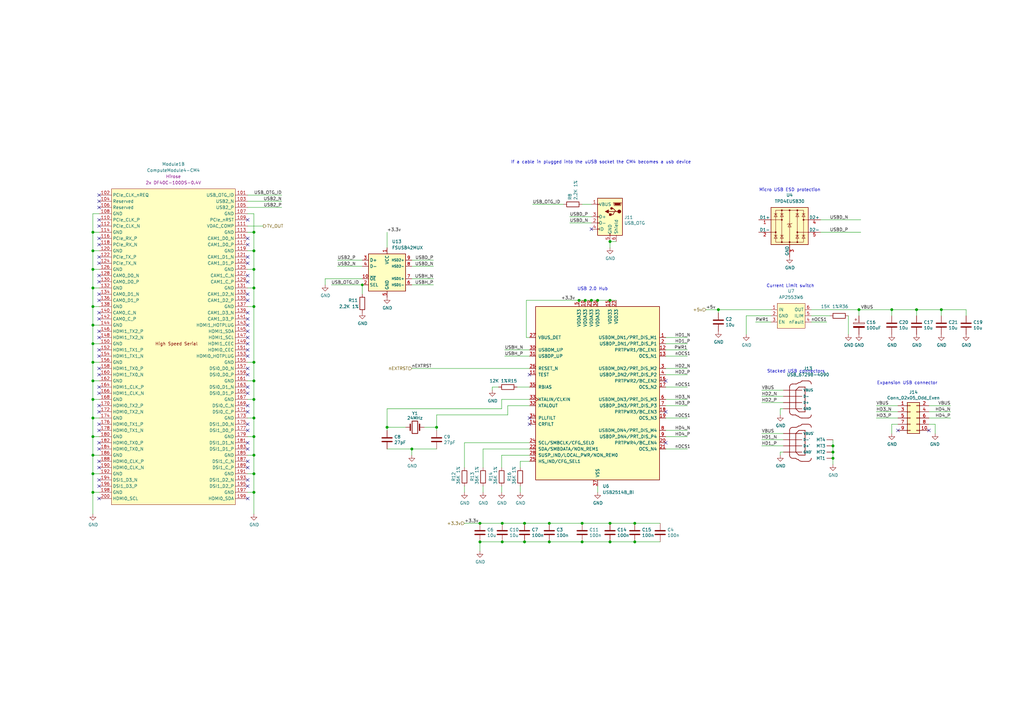
<source format=kicad_sch>
(kicad_sch (version 20211123) (generator eeschema)
  (paper "A3")
  (junction (at 225.298 214.63) (diameter 1.016))
  (junction (at 104.14 163.83) (diameter 1.016))
  (junction (at 225.298 222.25) (diameter 1.016))
  (junction (at 260.35 214.63) (diameter 1.016))
  (junction (at 104.14 102.87) (diameter 1.016))
  (junction (at 215.138 214.63) (diameter 1.016))
  (junction (at 38.1 125.73) (diameter 1.016))
  (junction (at 250.19 99.06) (diameter 1.016))
  (junction (at 104.14 194.31) (diameter 1.016))
  (junction (at 196.85 222.25) (diameter 1.016))
  (junction (at 38.1 110.49) (diameter 1.016))
  (junction (at 294.64 127) (diameter 1.016))
  (junction (at 38.1 163.83) (diameter 1.016))
  (junction (at 104.14 95.25) (diameter 1.016))
  (junction (at 38.1 102.87) (diameter 1.016))
  (junction (at 104.14 110.49) (diameter 1.016))
  (junction (at 104.14 186.69) (diameter 1.016))
  (junction (at 341.63 187.96) (diameter 1.016))
  (junction (at 38.1 194.31) (diameter 1.016))
  (junction (at 238.76 214.63) (diameter 1.016))
  (junction (at 205.994 214.63) (diameter 1.016))
  (junction (at 104.14 118.11) (diameter 1.016))
  (junction (at 38.1 140.97) (diameter 1.016))
  (junction (at 250.19 222.25) (diameter 1.016))
  (junction (at 375.92 127) (diameter 1.016))
  (junction (at 104.14 201.93) (diameter 1.016))
  (junction (at 158.75 175.26) (diameter 1.016))
  (junction (at 242.57 123.19) (diameter 1.016))
  (junction (at 250.19 123.19) (diameter 1.016))
  (junction (at 38.1 171.45) (diameter 1.016))
  (junction (at 341.63 182.88) (diameter 1.016))
  (junction (at 148.59 116.84))
  (junction (at 104.14 156.21) (diameter 1.016))
  (junction (at 38.1 201.93) (diameter 1.016))
  (junction (at 341.63 185.42) (diameter 1.016))
  (junction (at 245.11 123.19) (diameter 1.016))
  (junction (at 250.19 214.63) (diameter 1.016))
  (junction (at 104.14 171.45) (diameter 1.016))
  (junction (at 352.298 127) (diameter 1.016))
  (junction (at 38.1 118.11) (diameter 1.016))
  (junction (at 38.1 179.07) (diameter 1.016))
  (junction (at 196.85 214.63) (diameter 1.016))
  (junction (at 215.138 222.25) (diameter 1.016))
  (junction (at 38.1 186.69) (diameter 1.016))
  (junction (at 104.14 148.59) (diameter 1.016))
  (junction (at 38.1 95.25) (diameter 1.016))
  (junction (at 179.07 175.26) (diameter 1.016))
  (junction (at 205.994 222.25) (diameter 1.016))
  (junction (at 104.14 125.73) (diameter 1.016))
  (junction (at 386.08 127) (diameter 1.016))
  (junction (at 38.1 133.35) (diameter 1.016))
  (junction (at 237.49 123.19) (diameter 1.016))
  (junction (at 38.1 156.21) (diameter 1.016))
  (junction (at 38.1 148.59) (diameter 1.016))
  (junction (at 365.76 127) (diameter 1.016))
  (junction (at 104.14 179.07) (diameter 1.016))
  (junction (at 238.76 222.25) (diameter 1.016))
  (junction (at 240.03 123.19) (diameter 1.016))
  (junction (at 260.35 222.25) (diameter 1.016))
  (junction (at 168.91 184.15) (diameter 1.016))
  (no_connect (at 101.6 115.57))
  (no_connect (at 101.6 107.95))
  (no_connect (at 101.6 100.33))
  (no_connect (at 101.6 97.79))
  (no_connect (at 101.6 123.19))
  (no_connect (at 101.6 120.65))
  (no_connect (at 101.6 128.27))
  (no_connect (at 101.6 133.35))
  (no_connect (at 101.6 130.81))
  (no_connect (at 101.6 113.03))
  (no_connect (at 101.6 105.41))
  (no_connect (at 101.6 135.89))
  (no_connect (at 101.6 146.05))
  (no_connect (at 101.6 143.51))
  (no_connect (at 101.6 138.43))
  (no_connect (at 101.6 140.97))
  (no_connect (at 101.6 161.29))
  (no_connect (at 101.6 158.75))
  (no_connect (at 101.6 153.67))
  (no_connect (at 101.6 151.13))
  (no_connect (at 101.6 166.37))
  (no_connect (at 101.6 168.91))
  (no_connect (at 101.6 173.99))
  (no_connect (at 217.17 171.45))
  (no_connect (at 217.17 153.67))
  (no_connect (at 242.57 93.98))
  (no_connect (at 40.64 80.01))
  (no_connect (at 101.6 90.17))
  (no_connect (at 40.64 85.09))
  (no_connect (at 40.64 204.47))
  (no_connect (at 40.64 176.53))
  (no_connect (at 40.64 184.15))
  (no_connect (at 40.64 189.23))
  (no_connect (at 40.64 191.77))
  (no_connect (at 40.64 181.61))
  (no_connect (at 40.64 173.99))
  (no_connect (at 40.64 166.37))
  (no_connect (at 40.64 168.91))
  (no_connect (at 40.64 158.75))
  (no_connect (at 40.64 161.29))
  (no_connect (at 40.64 199.39))
  (no_connect (at 40.64 196.85))
  (no_connect (at 40.64 123.19))
  (no_connect (at 40.64 128.27))
  (no_connect (at 40.64 120.65))
  (no_connect (at 40.64 143.51))
  (no_connect (at 40.64 146.05))
  (no_connect (at 40.64 135.89))
  (no_connect (at 40.64 130.81))
  (no_connect (at 40.64 138.43))
  (no_connect (at 40.64 151.13))
  (no_connect (at 40.64 153.67))
  (no_connect (at 101.6 204.47))
  (no_connect (at 101.6 181.61))
  (no_connect (at 101.6 176.53))
  (no_connect (at 101.6 184.15))
  (no_connect (at 101.6 189.23))
  (no_connect (at 101.6 191.77))
  (no_connect (at 101.6 196.85))
  (no_connect (at 101.6 199.39))
  (no_connect (at 40.64 105.41))
  (no_connect (at 40.64 107.95))
  (no_connect (at 40.64 113.03))
  (no_connect (at 40.64 90.17))
  (no_connect (at 40.64 92.71))
  (no_connect (at 40.64 115.57))
  (no_connect (at 40.64 97.79))
  (no_connect (at 40.64 100.33))
  (no_connect (at 368.3 176.53))
  (no_connect (at 381 176.53))
  (no_connect (at 217.17 173.99))
  (no_connect (at 40.64 82.55))
  (no_connect (at 273.05 168.91))
  (no_connect (at 273.05 156.21))
  (no_connect (at 273.05 181.61))
  (wire (pts (xy 101.6 95.25) (xy 104.14 95.25)))
  (wire (pts (xy 273.05 146.05) (xy 281.94 146.05)))
  (wire (pts (xy 208.28 166.37) (xy 208.28 170.18)))
  (wire (pts (xy 389.89 171.45) (xy 381 171.45)))
  (wire (pts (xy 38.1 133.35) (xy 38.1 140.97)))
  (wire (pts (xy 273.05 138.43) (xy 281.94 138.43)))
  (wire (pts (xy 38.1 95.25) (xy 40.64 95.25)))
  (wire (pts (xy 104.14 95.25) (xy 104.14 87.63)))
  (wire (pts (xy 196.85 214.63) (xy 205.994 214.63)))
  (wire (pts (xy 312.42 162.56) (xy 321.31 162.56)))
  (wire (pts (xy 101.6 80.01) (xy 115.57 80.01)))
  (wire (pts (xy 273.05 166.37) (xy 281.94 166.37)))
  (wire (pts (xy 158.75 176.53) (xy 158.75 175.26)))
  (wire (pts (xy 312.42 165.1) (xy 321.31 165.1)))
  (wire (pts (xy 294.64 127) (xy 316.23 127)))
  (wire (pts (xy 215.138 214.63) (xy 225.298 214.63)))
  (wire (pts (xy 389.89 166.37) (xy 381 166.37)))
  (wire (pts (xy 359.41 166.37) (xy 368.3 166.37)))
  (wire (pts (xy 207.01 143.51) (xy 217.17 143.51)))
  (wire (pts (xy 101.6 201.93) (xy 104.14 201.93)))
  (wire (pts (xy 273.05 140.97) (xy 281.94 140.97)))
  (wire (pts (xy 104.14 118.11) (xy 104.14 110.49)))
  (wire (pts (xy 179.07 170.18) (xy 179.07 175.26)))
  (wire (pts (xy 205.74 191.77) (xy 205.74 186.69)))
  (wire (pts (xy 273.05 163.83) (xy 281.94 163.83)))
  (wire (pts (xy 260.35 214.63) (xy 270.764 214.63)))
  (wire (pts (xy 38.1 194.31) (xy 38.1 201.93)))
  (wire (pts (xy 38.1 179.07) (xy 38.1 186.69)))
  (wire (pts (xy 190.5 199.39) (xy 190.5 201.93)))
  (wire (pts (xy 207.01 146.05) (xy 217.17 146.05)))
  (wire (pts (xy 316.23 129.54) (xy 306.07 129.54)))
  (wire (pts (xy 38.1 156.21) (xy 40.64 156.21)))
  (wire (pts (xy 205.74 167.64) (xy 158.75 167.64)))
  (wire (pts (xy 215.9 138.43) (xy 215.9 123.19)))
  (wire (pts (xy 148.59 114.3) (xy 133.35 114.3)))
  (wire (pts (xy 306.07 129.54) (xy 306.07 137.16)))
  (wire (pts (xy 240.03 123.19) (xy 242.57 123.19)))
  (wire (pts (xy 104.14 125.73) (xy 104.14 148.59)))
  (wire (pts (xy 273.05 184.15) (xy 281.94 184.15)))
  (wire (pts (xy 38.1 201.93) (xy 38.1 210.82)))
  (wire (pts (xy 205.74 163.83) (xy 205.74 167.64)))
  (wire (pts (xy 158.75 167.64) (xy 158.75 175.26)))
  (wire (pts (xy 38.1 163.83) (xy 40.64 163.83)))
  (wire (pts (xy 204.47 158.75) (xy 201.93 158.75)))
  (wire (pts (xy 38.1 110.49) (xy 40.64 110.49)))
  (wire (pts (xy 38.1 140.97) (xy 40.64 140.97)))
  (wire (pts (xy 250.19 222.25) (xy 260.35 222.25)))
  (wire (pts (xy 38.1 163.83) (xy 38.1 171.45)))
  (wire (pts (xy 40.64 201.93) (xy 38.1 201.93)))
  (wire (pts (xy 101.6 156.21) (xy 104.14 156.21)))
  (wire (pts (xy 104.14 163.83) (xy 104.14 171.45)))
  (wire (pts (xy 233.68 88.9) (xy 242.57 88.9)))
  (wire (pts (xy 104.14 110.49) (xy 104.14 102.87)))
  (wire (pts (xy 213.36 199.39) (xy 213.36 201.93)))
  (wire (pts (xy 375.92 127) (xy 386.08 127)))
  (wire (pts (xy 386.08 127) (xy 386.08 129.54)))
  (wire (pts (xy 38.1 186.69) (xy 38.1 194.31)))
  (wire (pts (xy 104.14 102.87) (xy 104.14 95.25)))
  (wire (pts (xy 341.63 187.96) (xy 341.63 190.5)))
  (wire (pts (xy 168.91 114.3) (xy 177.8 114.3)))
  (wire (pts (xy 250.19 99.06) (xy 252.73 99.06)))
  (wire (pts (xy 198.12 184.15) (xy 217.17 184.15)))
  (wire (pts (xy 341.63 180.34) (xy 341.63 182.88)))
  (wire (pts (xy 198.12 199.39) (xy 198.12 201.93)))
  (wire (pts (xy 218.44 83.82) (xy 231.14 83.82)))
  (wire (pts (xy 179.07 175.26) (xy 179.07 176.53)))
  (wire (pts (xy 273.05 151.13) (xy 281.94 151.13)))
  (wire (pts (xy 38.1 148.59) (xy 38.1 156.21)))
  (wire (pts (xy 212.09 158.75) (xy 217.17 158.75)))
  (wire (pts (xy 101.6 92.71) (xy 107.95 92.71)))
  (wire (pts (xy 168.91 109.22) (xy 177.8 109.22)))
  (wire (pts (xy 312.42 180.34) (xy 321.31 180.34)))
  (wire (pts (xy 332.74 127) (xy 352.298 127)))
  (wire (pts (xy 352.298 127) (xy 365.76 127)))
  (wire (pts (xy 101.6 186.69) (xy 104.14 186.69)))
  (wire (pts (xy 250.19 101.6) (xy 250.19 99.06)))
  (wire (pts (xy 289.56 127) (xy 294.64 127)))
  (wire (pts (xy 273.05 171.45) (xy 281.94 171.45)))
  (wire (pts (xy 245.11 123.19) (xy 250.19 123.19)))
  (wire (pts (xy 336.55 90.17) (xy 353.06 90.17)))
  (wire (pts (xy 365.76 127) (xy 375.92 127)))
  (wire (pts (xy 205.994 222.25) (xy 215.138 222.25)))
  (wire (pts (xy 38.1 102.87) (xy 38.1 110.49)))
  (wire (pts (xy 190.5 181.61) (xy 217.17 181.61)))
  (wire (pts (xy 101.6 171.45) (xy 104.14 171.45)))
  (wire (pts (xy 273.05 153.67) (xy 281.94 153.67)))
  (wire (pts (xy 133.35 114.3) (xy 133.35 116.84)))
  (wire (pts (xy 38.1 179.07) (xy 40.64 179.07)))
  (wire (pts (xy 217.17 166.37) (xy 208.28 166.37)))
  (wire (pts (xy 383.54 173.99) (xy 383.54 177.8)))
  (wire (pts (xy 336.55 95.25) (xy 353.06 95.25)))
  (wire (pts (xy 312.42 177.8) (xy 321.31 177.8)))
  (wire (pts (xy 208.28 170.18) (xy 179.07 170.18)))
  (wire (pts (xy 168.91 106.68) (xy 177.8 106.68)))
  (wire (pts (xy 215.9 123.19) (xy 237.49 123.19)))
  (wire (pts (xy 205.74 199.39) (xy 205.74 201.93)))
  (wire (pts (xy 38.1 171.45) (xy 40.64 171.45)))
  (wire (pts (xy 359.41 171.45) (xy 368.3 171.45)))
  (wire (pts (xy 101.6 110.49) (xy 104.14 110.49)))
  (wire (pts (xy 233.68 91.44) (xy 242.57 91.44)))
  (wire (pts (xy 135.89 116.84) (xy 148.59 116.84)))
  (wire (pts (xy 101.6 148.59) (xy 104.14 148.59)))
  (wire (pts (xy 341.63 182.88) (xy 341.63 185.42)))
  (wire (pts (xy 38.1 148.59) (xy 40.64 148.59)))
  (wire (pts (xy 168.91 184.15) (xy 179.07 184.15)))
  (wire (pts (xy 273.05 158.75) (xy 281.94 158.75)))
  (wire (pts (xy 213.36 191.77) (xy 213.36 189.23)))
  (wire (pts (xy 341.63 185.42) (xy 341.63 187.96)))
  (wire (pts (xy 38.1 118.11) (xy 38.1 125.73)))
  (wire (pts (xy 101.6 163.83) (xy 104.14 163.83)))
  (wire (pts (xy 375.92 127) (xy 375.92 129.54)))
  (wire (pts (xy 242.57 123.19) (xy 245.11 123.19)))
  (wire (pts (xy 104.14 87.63) (xy 101.6 87.63)))
  (wire (pts (xy 347.98 129.54) (xy 347.98 137.16)))
  (wire (pts (xy 260.35 222.25) (xy 270.764 222.25)))
  (wire (pts (xy 225.298 222.25) (xy 238.76 222.25)))
  (wire (pts (xy 104.14 201.93) (xy 104.14 210.82)))
  (wire (pts (xy 205.74 163.83) (xy 217.17 163.83)))
  (wire (pts (xy 104.14 156.21) (xy 104.14 163.83)))
  (wire (pts (xy 245.11 199.39) (xy 245.11 201.93)))
  (wire (pts (xy 38.1 171.45) (xy 38.1 179.07)))
  (wire (pts (xy 352.298 127) (xy 352.298 129.54)))
  (wire (pts (xy 321.31 167.64) (xy 320.04 167.64)))
  (wire (pts (xy 38.1 110.49) (xy 38.1 118.11)))
  (wire (pts (xy 104.14 186.69) (xy 104.14 194.31)))
  (wire (pts (xy 215.138 222.25) (xy 225.298 222.25)))
  (wire (pts (xy 38.1 95.25) (xy 38.1 102.87)))
  (wire (pts (xy 312.42 160.02) (xy 321.31 160.02)))
  (wire (pts (xy 101.6 82.55) (xy 115.57 82.55)))
  (wire (pts (xy 158.75 175.26) (xy 166.37 175.26)))
  (wire (pts (xy 359.41 168.91) (xy 368.3 168.91)))
  (wire (pts (xy 104.14 179.07) (xy 104.14 186.69)))
  (wire (pts (xy 101.6 179.07) (xy 104.14 179.07)))
  (wire (pts (xy 148.59 116.84) (xy 148.59 120.65)))
  (wire (pts (xy 40.64 87.63) (xy 38.1 87.63)))
  (wire (pts (xy 225.298 214.63) (xy 238.76 214.63)))
  (wire (pts (xy 273.05 143.51) (xy 281.94 143.51)))
  (wire (pts (xy 38.1 140.97) (xy 38.1 148.59)))
  (wire (pts (xy 101.6 118.11) (xy 104.14 118.11)))
  (wire (pts (xy 138.43 106.68) (xy 148.59 106.68)))
  (wire (pts (xy 237.49 123.19) (xy 240.03 123.19)))
  (wire (pts (xy 38.1 125.73) (xy 38.1 133.35)))
  (wire (pts (xy 101.6 194.31) (xy 104.14 194.31)))
  (wire (pts (xy 332.74 132.08) (xy 339.09 132.08)))
  (wire (pts (xy 396.24 129.54) (xy 396.24 127)))
  (wire (pts (xy 332.74 129.54) (xy 340.36 129.54)))
  (wire (pts (xy 309.88 132.08) (xy 316.23 132.08)))
  (wire (pts (xy 38.1 156.21) (xy 38.1 163.83)))
  (wire (pts (xy 217.17 138.43) (xy 215.9 138.43)))
  (wire (pts (xy 40.64 194.31) (xy 38.1 194.31)))
  (wire (pts (xy 101.6 85.09) (xy 115.57 85.09)))
  (wire (pts (xy 213.36 189.23) (xy 217.17 189.23)))
  (wire (pts (xy 196.85 226.06) (xy 196.85 222.25)))
  (wire (pts (xy 158.75 184.15) (xy 168.91 184.15)))
  (wire (pts (xy 250.19 123.19) (xy 252.73 123.19)))
  (wire (pts (xy 38.1 125.73) (xy 40.64 125.73)))
  (wire (pts (xy 381 173.99) (xy 383.54 173.99)))
  (wire (pts (xy 101.6 125.73) (xy 104.14 125.73)))
  (wire (pts (xy 312.42 182.88) (xy 321.31 182.88)))
  (wire (pts (xy 365.76 173.99) (xy 368.3 173.99)))
  (wire (pts (xy 196.85 222.25) (xy 205.994 222.25)))
  (wire (pts (xy 190.5 214.63) (xy 196.85 214.63)))
  (wire (pts (xy 321.31 185.42) (xy 320.04 185.42)))
  (wire (pts (xy 238.76 222.25) (xy 250.19 222.25)))
  (wire (pts (xy 273.05 179.07) (xy 281.94 179.07)))
  (wire (pts (xy 365.76 173.99) (xy 365.76 177.8)))
  (wire (pts (xy 104.14 171.45) (xy 104.14 179.07)))
  (wire (pts (xy 238.76 214.63) (xy 250.19 214.63)))
  (wire (pts (xy 168.91 151.13) (xy 217.17 151.13)))
  (wire (pts (xy 250.19 214.63) (xy 260.35 214.63)))
  (wire (pts (xy 104.14 194.31) (xy 104.14 201.93)))
  (wire (pts (xy 320.04 185.42) (xy 320.04 186.69)))
  (wire (pts (xy 273.05 176.53) (xy 281.94 176.53)))
  (wire (pts (xy 104.14 148.59) (xy 104.14 156.21)))
  (wire (pts (xy 138.43 109.22) (xy 148.59 109.22)))
  (wire (pts (xy 38.1 118.11) (xy 40.64 118.11)))
  (wire (pts (xy 38.1 186.69) (xy 40.64 186.69)))
  (wire (pts (xy 104.14 125.73) (xy 104.14 118.11)))
  (wire (pts (xy 386.08 127) (xy 396.24 127)))
  (wire (pts (xy 168.91 116.84) (xy 177.8 116.84)))
  (wire (pts (xy 198.12 191.77) (xy 198.12 184.15)))
  (wire (pts (xy 173.99 175.26) (xy 179.07 175.26)))
  (wire (pts (xy 38.1 87.63) (xy 38.1 95.25)))
  (wire (pts (xy 190.5 191.77) (xy 190.5 181.61)))
  (wire (pts (xy 158.75 95.25) (xy 158.75 101.6)))
  (wire (pts (xy 38.1 133.35) (xy 40.64 133.35)))
  (wire (pts (xy 205.994 214.63) (xy 215.138 214.63)))
  (wire (pts (xy 38.1 102.87) (xy 40.64 102.87)))
  (wire (pts (xy 320.04 167.64) (xy 320.04 170.18)))
  (wire (pts (xy 294.64 128.27) (xy 294.64 127)))
  (wire (pts (xy 101.6 102.87) (xy 104.14 102.87)))
  (wire (pts (xy 201.93 158.75) (xy 201.93 160.02)))
  (wire (pts (xy 205.74 186.69) (xy 217.17 186.69)))
  (wire (pts (xy 389.89 168.91) (xy 381 168.91)))
  (wire (pts (xy 168.91 184.15) (xy 168.91 186.69)))
  (wire (pts (xy 365.76 129.54) (xy 365.76 127)))
  (wire (pts (xy 238.76 83.82) (xy 242.57 83.82)))
  (text "Expansion USB connector" (at 384.5306 157.9118 180) (effects (font (size 1.27 1.27)) (justify right bottom)))
  (text "Current Limit switch" (at 334.01 118.11 180) (effects (font (size 1.27 1.27)) (justify right bottom)))
  (text "USB 2.0 Hub" (at 249.3518 119.3292 180) (effects (font (size 1.27 1.27)) (justify right bottom)))
  (text "If a cable in plugged into the uUSB socket the CM4 becomes a usb device" (at 209.55 67.31 0) (effects (font (size 1.27 1.27)) (justify left bottom)))
  (text "Micro USB ESD protection" (at 336.55 78.74 180) (effects (font (size 1.27 1.27)) (justify right bottom)))
  (text "Stacked USB connectors" (at 338.3788 153.1112 180) (effects (font (size 1.27 1.27)) (justify right bottom)))
  (label "nOCS1" (at 276.86 146.05 0))
  (label "USB2_N" (at 115.57 82.55 180))
  (label "HD2_P" (at 312.42 165.1 0))
  (label "HD3_N" (at 359.41 168.91 0))
  (label "HD1_P" (at 312.42 182.88 0))
  (label "HD1_N" (at 276.86 138.43 0))
  (label "HD4_P" (at 276.86 179.07 0))
  (label "USB2_P" (at 138.43 106.68 0))
  (label "VBUS" (at 359.41 166.37 0))
  (label "USB_OTG_ID" (at 218.44 83.82 0))
  (label "nOCS1" (at 332.74 132.08 0))
  (label "+3.3v" (at 158.75 95.25 0))
  (label "VBUS" (at 312.42 160.02 0))
  (label "HD2_N" (at 312.42 162.56 0))
  (label "PWR1" (at 281.94 143.51 180))
  (label "USBD_N" (at 340.36 90.17 0))
  (label "USB2_P" (at 115.57 85.09 180))
  (label "nOCS1" (at 276.86 158.75 0))
  (label "VBUS" (at 353.06 127 0))
  (label "USBD_N" (at 233.68 91.44 0))
  (label "HD2_P" (at 276.86 153.67 0))
  (label "VBUS" (at 312.42 177.8 0))
  (label "+3.3v" (at 190.5 214.63 0))
  (label "+5v" (at 289.56 127 0))
  (label "USB_OTG_ID" (at 135.89 116.84 0))
  (label "HD4_N" (at 276.86 176.53 0))
  (label "USBD_P" (at 177.8 106.68 180))
  (label "HD4_P" (at 389.89 171.45 180))
  (label "USBH_P" (at 207.01 146.05 0))
  (label "HD3_P" (at 276.86 166.37 0))
  (label "nEXTRST" (at 168.91 151.13 0))
  (label "+3.3v" (at 230.124 123.19 0))
  (label "HD2_N" (at 276.86 151.13 0))
  (label "USBH_P" (at 177.8 116.84 180))
  (label "USBD_P" (at 340.36 95.25 0))
  (label "HD1_N" (at 312.42 180.34 0))
  (label "USBD_N" (at 177.8 109.22 180))
  (label "USBD_P" (at 233.68 88.9 0))
  (label "HD4_N" (at 389.89 168.91 180))
  (label "nOCS1" (at 276.86 184.15 0))
  (label "nOCS1" (at 276.86 171.45 0))
  (label "HD3_P" (at 359.41 171.45 0))
  (label "USBH_N" (at 177.8 114.3 180))
  (label "PWR1" (at 309.88 132.08 0))
  (label "USB2_N" (at 138.43 109.22 0))
  (label "USBH_N" (at 207.01 143.51 0))
  (label "HD3_N" (at 276.86 163.83 0))
  (label "HD1_P" (at 276.86 140.97 0))
  (label "USB_OTG_ID" (at 115.57 80.01 180))
  (label "VBUS" (at 389.89 166.37 180))
  (hierarchical_label "+3.3v" (shape input) (at 190.5 214.63 180))
  (hierarchical_label "TV_OUT" (shape output) (at 107.95 92.71 0))
  (hierarchical_label "nEXTRST" (shape input) (at 168.91 151.13 180))
  (hierarchical_label "+5v" (shape input) (at 289.56 127 180))
  (symbol (lib_id "power:GND") (at 104.14 210.82 0) (unit 1)
    (property "Reference" "#PWR0130" (effects hide))
    (property "Value" "GND" (at 104.267 215.2142 0))
  )
  (symbol (lib_id "power:GND") (at 38.1 210.82 0) (unit 1)
    (property "Reference" "#PWR0131" (effects hide))
    (property "Value" "GND" (at 38.227 215.2142 0))
  )
  (symbol (lib_id "power:GND") (at 365.76 177.8 0) (unit 1)
    (property "Reference" "#PWR025" (effects hide))
    (property "Value" "GND" (at 365.887 182.1942 0))
  )
  (symbol (lib_id "power:GND") (at 383.54 177.8 0) (mirror y) (unit 1)
    (property "Reference" "#PWR026" (effects hide))
    (property "Value" "GND" (at 383.413 182.1942 0))
  )
  (symbol (lib_id "Connector_Generic:Conn_02x05_Odd_Even") (at 373.38 171.45 0) (unit 1)
    (property "Reference" "J14" (at 374.65 160.8582 0))
    (property "Value" "Conn_02x05_Odd_Even" (at 374.65 163.1696 0))
    (property "Footprint" "Connector_PinHeader_2.54mm:PinHeader_2x05_P2.54mm_Vertical" (effects hide))
    (property "Datasheet" "https://www.toby.co.uk/uploads/publications/1673.pdf" (effects hide))
    (property "Field4" "Toby" (effects hide))
    (property "Field5" "THD-05-R" (effects hide))
    (property "Field6" "THD-05-R" (effects hide))
    (property "Field7" "Toby" (effects hide))
    (property "Part Description" "PinHeader_2x05_P2.54mm_Vertical" (effects hide))
  )
  (symbol (lib_id "Connector:USB_OTG") (at 250.19 88.9 0) (mirror y) (unit 1)
    (property "Reference" "J11" (at 256.032 89.1794 0) (effects (justify right)))
    (property "Value" "USB_OTG" (at 256.032 91.4908 0) (effects (justify right)))
    (property "Footprint" "CM4IO:USB_Micro-B_EDAC_UCON00686" (effects hide))
    (property "Datasheet" "https://cdn.amphenol-icc.com/media/wysiwyg/files/documentation/datasheet/inputoutput/io_usb_micro.pd" (effects hide))
    (property "Field4" "Digikey" (effects hide))
    (property "Field5" "609-4050-2-ND" (effects hide))
    (property "Field6" "690-005-298-486" (effects hide))
    (property "Field7" "EDAC" (effects hide))
    (property "Part Description" "USB - micro B USB 2.0 Receptacle Connector 5 Position Surface Mount, Right Angle; Through Hole" (effects hide))
    (property "Field8" "UCON00686" (effects hide))
  )
  (symbol (lib_id "Device:R") (at 234.95 83.82 90) (unit 1)
    (property "Reference" "R8" (at 233.7816 82.042 0) (effects (justify left)))
    (property "Value" "2.2K 1%" (at 236.093 82.042 0) (effects (justify left)))
    (property "Footprint" "Resistor_SMD:R_0402_1005Metric" (effects hide))
    (property "Datasheet" "https://fscdn.rohm.com/en/products/databook/datasheet/passive/resistor/chip_resistor/mcr-e.pdf" (effects hide))
    (property "Field4" "Farnell" (effects hide))
    (property "Field5" "9239278" (effects hide))
    (property "Field7" "KOA EUROPE GMBH" (effects hide))
    (property "Field6" "RK73G1ETQTP2201D         " (effects hide))
    (property "Part Description" "Resistor 2.2K M1005 1% 63mW" (effects hide))
    (property "Field8" "120889581" (effects hide))
  )
  (symbol (lib_id "power:GND") (at 294.64 135.89 0) (unit 1)
    (property "Reference" "#PWR017" (effects hide))
    (property "Value" "GND" (at 294.767 140.2842 0))
  )
  (symbol (lib_id "Device:C") (at 365.76 133.35 0) (unit 1)
    (property "Reference" "C20" (at 368.681 132.1816 0) (effects (justify left)))
    (property "Value" "10u" (at 368.681 134.493 0) (effects (justify left)))
    (property "Footprint" "Capacitor_SMD:C_0805_2012Metric" (effects hide))
    (property "Datasheet" "https://search.murata.co.jp/Ceramy/image/img/A01X/G101/ENG/GRM21BR71A106KA73-01.pdf" (effects hide))
    (property "Field5" "490-14381-1-ND" (effects hide))
    (property "Field4" "Digikey" (effects hide))
    (property "Field6" "GRM21BR71A106KA73L" (effects hide))
    (property "Field7" "Murata" (effects hide))
    (property "Part Description" "	10uF 10% 10V Ceramic Capacitor X7R 0805 (2012 Metric)" (effects hide))
    (property "Field8" "111893011" (effects hide))
  )
  (symbol (lib_id "power:GND") (at 365.76 137.16 0) (unit 1)
    (property "Reference" "#PWR021" (effects hide))
    (property "Value" "GND" (at 365.887 141.5542 0))
  )
  (symbol (lib_id "Device:C") (at 375.92 133.35 0) (unit 1)
    (property "Reference" "C17" (at 378.841 132.1816 0) (effects (justify left)))
    (property "Value" "10u" (at 378.841 134.493 0) (effects (justify left)))
    (property "Footprint" "Capacitor_SMD:C_0805_2012Metric" (effects hide))
    (property "Datasheet" "https://search.murata.co.jp/Ceramy/image/img/A01X/G101/ENG/GRM21BR71A106KA73-01.pdf" (effects hide))
    (property "Field5" "490-14381-1-ND" (effects hide))
    (property "Field4" "Digikey" (effects hide))
    (property "Field6" "GRM21BR71A106KA73L" (effects hide))
    (property "Field7" "Murata" (effects hide))
    (property "Part Description" "	10uF 10% 10V Ceramic Capacitor X7R 0805 (2012 Metric)" (effects hide))
    (property "Field8" "111893011" (effects hide))
  )
  (symbol (lib_id "power:GND") (at 375.92 137.16 0) (unit 1)
    (property "Reference" "#PWR018" (effects hide))
    (property "Value" "GND" (at 376.047 141.5542 0))
  )
  (symbol (lib_id "Device:C") (at 386.08 133.35 0) (unit 1)
    (property "Reference" "C21" (at 389.001 132.1816 0) (effects (justify left)))
    (property "Value" "10u" (at 389.001 134.493 0) (effects (justify left)))
    (property "Footprint" "Capacitor_SMD:C_0805_2012Metric" (effects hide))
    (property "Datasheet" "https://search.murata.co.jp/Ceramy/image/img/A01X/G101/ENG/GRM21BR71A106KA73-01.pdf" (effects hide))
    (property "Field5" "490-14381-1-ND" (effects hide))
    (property "Field4" "Digikey" (effects hide))
    (property "Field6" "GRM21BR71A106KA73L" (effects hide))
    (property "Field7" "Murata" (effects hide))
    (property "Part Description" "	10uF 10% 10V Ceramic Capacitor X7R 0805 (2012 Metric)" (effects hide))
    (property "Field8" "111893011" (effects hide))
  )
  (symbol (lib_id "Device:C") (at 396.24 133.35 0) (unit 1)
    (property "Reference" "C19" (at 399.161 132.1816 0) (effects (justify left)))
    (property "Value" "10u" (at 399.161 134.493 0) (effects (justify left)))
    (property "Footprint" "Capacitor_SMD:C_0805_2012Metric" (effects hide))
    (property "Datasheet" "https://search.murata.co.jp/Ceramy/image/img/A01X/G101/ENG/GRM21BR71A106KA73-01.pdf" (effects hide))
    (property "Field5" "490-14381-1-ND" (effects hide))
    (property "Field4" "Digikey" (effects hide))
    (property "Field6" "GRM21BR71A106KA73L" (effects hide))
    (property "Field7" "Murata" (effects hide))
    (property "Part Description" "	10uF 10% 10V Ceramic Capacitor X7R 0805 (2012 Metric)" (effects hide))
    (property "Field8" "111893011" (effects hide))
  )
  (symbol (lib_id "power:GND") (at 320.04 170.18 0) (unit 1)
    (property "Reference" "#PWR023" (effects hide))
    (property "Value" "GND" (at 320.167 174.5742 0))
  )
  (symbol (lib_id "power:GND") (at 320.04 186.69 0) (unit 1)
    (property "Reference" "#PWR024" (effects hide))
    (property "Value" "GND" (at 320.167 191.0842 0))
  )
  (symbol (lib_id "Device:R") (at 148.59 124.46 0) (unit 1)
    (property "Reference" "R11" (at 142.875 123.19 0) (effects (justify left)))
    (property "Value" "2.2K 1%" (at 139.065 125.73 0) (effects (justify left)))
    (property "Footprint" "Resistor_SMD:R_0402_1005Metric" (effects hide))
    (property "Datasheet" "https://fscdn.rohm.com/en/products/databook/datasheet/passive/resistor/chip_resistor/mcr-e.pdf" (effects hide))
    (property "Field4" "Farnell" (effects hide))
    (property "Field5" "9239278" (effects hide))
    (property "Field7" "KOA EUROPE GMBH" (effects hide))
    (property "Field6" "RK73G1ETQTP2201D         " (effects hide))
    (property "Part Description" "Resistor 2.2K M1005 1% 63mW" (effects hide))
    (property "Field8" "120889581" (effects hide))
  )
  (symbol (lib_id "power:GND") (at 201.93 160.02 0) (unit 1)
    (property "Reference" "#PWR010" (effects hide))
    (property "Value" "GND" (at 202.057 164.4142 0))
  )
  (symbol (lib_id "power:GND") (at 306.07 137.16 0) (unit 1)
    (property "Reference" "#PWR014" (effects hide))
    (property "Value" "GND" (at 306.197 141.5542 0))
  )
  (symbol (lib_id "Device:R") (at 205.74 195.58 0) (unit 1)
    (property "Reference" "R14" (at 201.295 197.485 90) (effects (justify left)))
    (property "Value" "36K 1%" (at 203.2 198.755 90) (effects (justify left)))
    (property "Footprint" "Resistor_SMD:R_0402_1005Metric" (effects hide))
    (property "Datasheet" "https://fscdn.rohm.com/en/products/databook/datasheet/passive/resistor/chip_resistor/mcr-e.pdf" (effects hide))
    (property "Field4" "Farnell" (effects hide))
    (property "Field5" "1458788" (effects hide))
    (property "Field7" "Rohm" (effects hide))
    (property "Field6" "MCR01MZPF3602" (effects hide))
    (property "Part Description" "Resistor 36K M1005 1% 63mW" (effects hide))
  )
  (symbol (lib_id "Device:R") (at 198.12 195.58 0) (unit 1)
    (property "Reference" "R13" (at 193.675 197.485 90) (effects (justify left)))
    (property "Value" "36K 1%" (at 195.58 198.755 90) (effects (justify left)))
    (property "Footprint" "Resistor_SMD:R_0402_1005Metric" (effects hide))
    (property "Datasheet" "https://fscdn.rohm.com/en/products/databook/datasheet/passive/resistor/chip_resistor/mcr-e.pdf" (effects hide))
    (property "Field4" "Farnell" (effects hide))
    (property "Field5" "1458788" (effects hide))
    (property "Field7" "Rohm" (effects hide))
    (property "Field6" "MCR01MZPF3602" (effects hide))
    (property "Part Description" "Resistor 36K M1005 1% 63mW" (effects hide))
  )
  (symbol (lib_id "Device:R") (at 190.5 195.58 0) (unit 1)
    (property "Reference" "R12" (at 186.055 197.485 90) (effects (justify left)))
    (property "Value" "36K 1%" (at 187.96 198.755 90) (effects (justify left)))
    (property "Footprint" "Resistor_SMD:R_0402_1005Metric" (effects hide))
    (property "Datasheet" "https://fscdn.rohm.com/en/products/databook/datasheet/passive/resistor/chip_resistor/mcr-e.pdf" (effects hide))
    (property "Field4" "Farnell" (effects hide))
    (property "Field5" "1458788" (effects hide))
    (property "Field7" "Rohm" (effects hide))
    (property "Field6" "MCR01MZPF3602" (effects hide))
    (property "Part Description" "Resistor 36K M1005 1% 63mW" (effects hide))
  )
  (symbol (lib_id "power:GND") (at 190.5 201.93 0) (unit 1)
    (property "Reference" "#PWR08" (effects hide))
    (property "Value" "GND" (at 190.627 206.3242 0))
  )
  (symbol (lib_id "power:GND") (at 198.12 201.93 0) (unit 1)
    (property "Reference" "#PWR09" (effects hide))
    (property "Value" "GND" (at 198.247 206.3242 0))
  )
  (symbol (lib_id "power:GND") (at 205.74 201.93 0) (unit 1)
    (property "Reference" "#PWR011" (effects hide))
    (property "Value" "GND" (at 205.867 206.3242 0))
  )
  (symbol (lib_id "power:GND") (at 213.36 201.93 0) (unit 1)
    (property "Reference" "#PWR012" (effects hide))
    (property "Value" "GND" (at 213.487 206.3242 0))
  )
  (symbol (lib_id "Device:R") (at 344.17 129.54 90) (unit 1)
    (property "Reference" "R36" (at 347.98 125.73 90) (effects (justify left)))
    (property "Value" "15K 1%" (at 344.17 125.73 90) (effects (justify left)))
    (property "Footprint" "Resistor_SMD:R_0402_1005Metric" (effects hide))
    (property "Datasheet" "https://fscdn.rohm.com/en/products/databook/datasheet/passive/resistor/chip_resistor/mcr-e.pdf" (effects hide))
    (property "Field4" "Farnell" (effects hide))
    (property "Field5" "9239375" (effects hide))
    (property "Field6" "MCR01MZPF1502" (effects hide))
    (property "Field7" "Rohm" (effects hide))
    (property "Part Description" "Resistor 15K M1005 1% 63mW" (effects hide))
    (property "Field8" "120891581" (effects hide))
  )
  (symbol (lib_id "power:GND") (at 347.98 137.16 0) (unit 1)
    (property "Reference" "#PWR019" (effects hide))
    (property "Value" "GND" (at 348.107 141.5542 0))
  )
  (symbol (lib_id "power:GND") (at 386.08 137.16 0) (unit 1)
    (property "Reference" "#PWR049" (effects hide))
    (property "Value" "GND" (at 386.207 141.5542 0))
  )
  (symbol (lib_id "power:GND") (at 396.24 137.16 0) (unit 1)
    (property "Reference" "#PWR050" (effects hide))
    (property "Value" "GND" (at 396.367 141.5542 0))
  )
  (symbol (lib_id "power:GND") (at 341.63 190.5 0) (unit 1)
    (property "Reference" "#PWR0114" (effects hide))
    (property "Value" "GND" (at 341.757 194.8942 0))
  )
  (symbol (lib_id "power:GND") (at 250.19 101.6 0) (unit 1)
    (property "Reference" "#PWR013" (effects hide))
    (property "Value" "GND" (at 250.317 105.9942 0))
  )
  (symbol (lib_id "power:GND") (at 245.11 201.93 0) (unit 1)
    (property "Reference" "#PWR0142" (effects hide))
    (property "Value" "GND" (at 245.237 206.3242 0))
  )
  (symbol (lib_id "power:GND") (at 148.59 128.27 0) (unit 1)
    (property "Reference" "#PWR0144" (effects hide))
    (property "Value" "GND" (at 148.717 132.6642 0))
  )
  (symbol (lib_id "Device:R") (at 208.28 158.75 90) (unit 1)
    (property "Reference" "R15" (at 212.09 156.21 90) (effects (justify left)))
    (property "Value" "12K 1%" (at 208.28 156.21 90) (effects (justify left)))
    (property "Footprint" "Resistor_SMD:R_0402_1005Metric" (effects hide))
    (property "Datasheet" "https://fscdn.rohm.com/en/products/databook/datasheet/passive/resistor/chip_resistor/mcr-e.pdf" (effects hide))
    (property "Field4" "Farnell" (effects hide))
    (property "Field5" "9239367" (effects hide))
    (property "Field7" "Rohm" (effects hide))
    (property "Field6" "MCR01MZPF1202" (effects hide))
    (property "Part Description" "Resistor 12K M1005 1% 63mW" (effects hide))
  )
  (symbol (lib_id "Device:R") (at 213.36 195.58 0) (unit 1)
    (property "Reference" "R16" (at 208.915 197.485 90) (effects (justify left)))
    (property "Value" "36K 1%" (at 210.82 198.755 90) (effects (justify left)))
    (property "Footprint" "Resistor_SMD:R_0402_1005Metric" (effects hide))
    (property "Datasheet" "https://fscdn.rohm.com/en/products/databook/datasheet/passive/resistor/chip_resistor/mcr-e.pdf" (effects hide))
    (property "Field4" "Farnell" (effects hide))
    (property "Field5" "1458788" (effects hide))
    (property "Field7" "Rohm" (effects hide))
    (property "Field6" "MCR01MZPF3602" (effects hide))
    (property "Part Description" "Resistor 36K M1005 1% 63mW" (effects hide))
  )
  (symbol (lib_id "Device:C") (at 238.76 218.44 0) (unit 1)
    (property "Reference" "C11" (at 241.681 217.2716 0) (effects (justify left)))
    (property "Value" "100n" (at 241.681 219.583 0) (effects (justify left)))
    (property "Footprint" "Capacitor_SMD:C_0402_1005Metric" (effects hide))
    (property "Datasheet" "https://search.murata.co.jp/Ceramy/image/img/A01X/G101/ENG/GRM155R71C104KA88-01.pdf" (effects hide))
    (property "Field4" "Farnell" (effects hide))
    (property "Field5" "2611911" (effects hide))
    (property "Field6" "RM EMK105 B7104KV-F" (effects hide))
    (property "Field7" "TAIYO YUDEN EUROPE GMBH" (effects hide))
    (property "Part Description" "	0.1uF 10% 16V Ceramic Capacitor X7R 0402 (1005 Metric)" (effects hide))
    (property "Field8" "110091611" (effects hide))
  )
  (symbol (lib_id "Device:C") (at 250.19 218.44 0) (unit 1)
    (property "Reference" "C14" (at 253.111 217.2716 0) (effects (justify left)))
    (property "Value" "100n" (at 253.111 219.583 0) (effects (justify left)))
    (property "Footprint" "Capacitor_SMD:C_0402_1005Metric" (effects hide))
    (property "Datasheet" "https://search.murata.co.jp/Ceramy/image/img/A01X/G101/ENG/GRM155R71C104KA88-01.pdf" (effects hide))
    (property "Field4" "Farnell" (effects hide))
    (property "Field5" "2611911" (effects hide))
    (property "Field6" "RM EMK105 B7104KV-F" (effects hide))
    (property "Field7" "TAIYO YUDEN EUROPE GMBH" (effects hide))
    (property "Part Description" "	0.1uF 10% 16V Ceramic Capacitor X7R 0402 (1005 Metric)" (effects hide))
    (property "Field8" "110091611" (effects hide))
  )
  (symbol (lib_id "Device:C") (at 260.35 218.44 0) (unit 1)
    (property "Reference" "C15" (at 263.271 217.2716 0) (effects (justify left)))
    (property "Value" "100n" (at 263.271 219.583 0) (effects (justify left)))
    (property "Footprint" "Capacitor_SMD:C_0402_1005Metric" (effects hide))
    (property "Datasheet" "https://search.murata.co.jp/Ceramy/image/img/A01X/G101/ENG/GRM155R71C104KA88-01.pdf" (effects hide))
    (property "Field4" "Farnell" (effects hide))
    (property "Field5" "2611911" (effects hide))
    (property "Field6" "RM EMK105 B7104KV-F" (effects hide))
    (property "Field7" "TAIYO YUDEN EUROPE GMBH" (effects hide))
    (property "Part Description" "	0.1uF 10% 16V Ceramic Capacitor X7R 0402 (1005 Metric)" (effects hide))
    (property "Field8" "110091611" (effects hide))
  )
  (symbol (lib_id "Device:C") (at 215.138 218.44 0) (unit 1)
    (property "Reference" "C7" (at 218.059 217.2716 0) (effects (justify left)))
    (property "Value" "100n" (at 218.059 219.583 0) (effects (justify left)))
    (property "Footprint" "Capacitor_SMD:C_0402_1005Metric" (effects hide))
    (property "Datasheet" "https://search.murata.co.jp/Ceramy/image/img/A01X/G101/ENG/GRM155R71C104KA88-01.pdf" (effects hide))
    (property "Field4" "Farnell" (effects hide))
    (property "Field5" "2611911" (effects hide))
    (property "Field6" "RM EMK105 B7104KV-F" (effects hide))
    (property "Field7" "TAIYO YUDEN EUROPE GMBH" (effects hide))
    (property "Part Description" "	0.1uF 10% 16V Ceramic Capacitor X7R 0402 (1005 Metric)" (effects hide))
    (property "Field8" "110091611" (effects hide))
  )
  (symbol (lib_id "power:GND") (at 196.85 226.06 0) (unit 1)
    (property "Reference" "#PWR06" (effects hide))
    (property "Value" "GND" (at 196.977 230.4542 0))
  )
  (symbol (lib_id "Device:C") (at 196.85 218.44 0) (unit 1)
    (property "Reference" "C6" (at 199.771 217.2716 0) (effects (justify left)))
    (property "Value" "10u" (at 199.771 219.583 0) (effects (justify left)))
    (property "Footprint" "Capacitor_SMD:C_0805_2012Metric" (effects hide))
    (property "Datasheet" "https://search.murata.co.jp/Ceramy/image/img/A01X/G101/ENG/GRM21BR71A106KA73-01.pdf" (effects hide))
    (property "Field5" "490-14381-1-ND" (effects hide))
    (property "Field4" "Digikey" (effects hide))
    (property "Field6" "GRM21BR71A106KA73L" (effects hide))
    (property "Field7" "Murata" (effects hide))
    (property "Part Description" "	10uF 10% 10V Ceramic Capacitor X7R 0805 (2012 Metric)" (effects hide))
    (property "Field8" "111893011" (effects hide))
  )
  (symbol (lib_id "Device:C") (at 205.994 218.44 0) (unit 1)
    (property "Reference" "C10" (at 208.915 217.2716 0) (effects (justify left)))
    (property "Value" "10u" (at 208.915 219.583 0) (effects (justify left)))
    (property "Footprint" "Capacitor_SMD:C_0805_2012Metric" (effects hide))
    (property "Datasheet" "https://search.murata.co.jp/Ceramy/image/img/A01X/G101/ENG/GRM21BR71A106KA73-01.pdf" (effects hide))
    (property "Field5" "490-14381-1-ND" (effects hide))
    (property "Field4" "Digikey" (effects hide))
    (property "Field6" "GRM21BR71A106KA73L" (effects hide))
    (property "Field7" "Murata" (effects hide))
    (property "Part Description" "	10uF 10% 10V Ceramic Capacitor X7R 0805 (2012 Metric)" (effects hide))
    (property "Field8" "111893011" (effects hide))
  )
  (symbol (lib_id "Device:Crystal") (at 170.18 175.26 0) (unit 1)
    (property "Reference" "Y1" (at 170.18 169.545 0))
    (property "Value" "24MHz" (at 170.18 171.45 0))
    (property "Footprint" "Crystal:Crystal_SMD_HC49-SD" (effects hide))
    (property "Field4" "Farnell" (effects hide))
    (property "Field5" "2508493" (effects hide))
    (property "Field7" "AEL" (effects hide))
    (property "Field6" "X24M000000S128" (effects hide))
    (property "Part Description" "24MHz Crystal 18pf 30ppm 30ppm" (effects hide))
  )
  (symbol (lib_id "Device:C") (at 158.75 180.34 0) (unit 1)
    (property "Reference" "C8" (at 161.671 179.1716 0) (effects (justify left)))
    (property "Value" "27pF" (at 161.671 181.483 0) (effects (justify left)))
    (property "Footprint" "Capacitor_SMD:C_0402_1005Metric" (effects hide))
    (property "Datasheet" "https://search.murata.co.jp/Ceramy/image/img/A01X/G101/ENG/GJM1555C1H270JB01-01.pdf" (effects hide))
    (property "Field8" "UCAP00738 " (effects hide))
    (property "Field5" "490-17672-1-ND" (effects hide))
    (property "Field6" "GJM1555C1H270JB01D" (effects hide))
    (property "Field7" "Murata" (effects hide))
    (property "Part Description" "	27pF 5% 50V Ceramic Capacitor C0G, NP0 0402 (1005 Metric)" (effects hide))
    (property "Field4" "Digikey" (effects hide))
  )
  (symbol (lib_id "Device:C") (at 179.07 180.34 0) (unit 1)
    (property "Reference" "C9" (at 181.991 179.1716 0) (effects (justify left)))
    (property "Value" "27pF" (at 181.991 181.483 0) (effects (justify left)))
    (property "Footprint" "Capacitor_SMD:C_0402_1005Metric" (effects hide))
    (property "Datasheet" "https://search.murata.co.jp/Ceramy/image/img/A01X/G101/ENG/GJM1555C1H270JB01-01.pdf" (effects hide))
    (property "Field8" "UCAP00738 " (effects hide))
    (property "Field5" "490-17672-1-ND" (effects hide))
    (property "Field6" "GJM1555C1H270JB01D" (effects hide))
    (property "Field7" "Murata" (effects hide))
    (property "Part Description" "	27pF 5% 50V Ceramic Capacitor C0G, NP0 0402 (1005 Metric)" (effects hide))
    (property "Field4" "Digikey" (effects hide))
  )
  (symbol (lib_id "power:GND") (at 168.91 186.69 0) (unit 1)
    (property "Reference" "#PWR07" (effects hide))
    (property "Value" "GND" (at 169.037 191.0842 0))
  )
  (symbol (lib_id "power:GND") (at 323.85 105.41 0) (unit 1)
    (property "Reference" "#PWR0123" (effects hide))
    (property "Value" "GND" (at 323.977 109.8042 0))
  )
  (symbol (lib_id "power:GND") (at 352.298 137.16 0) (unit 1)
    (property "Reference" "#PWR01" (effects hide))
    (property "Value" "GND" (at 352.425 141.5542 0))
  )
  (symbol (lib_id "Device:C") (at 225.298 218.44 0) (unit 1)
    (property "Reference" "C3" (at 228.219 217.2716 0) (effects (justify left)))
    (property "Value" "100n" (at 228.219 219.583 0) (effects (justify left)))
    (property "Footprint" "Capacitor_SMD:C_0402_1005Metric" (effects hide))
    (property "Datasheet" "https://search.murata.co.jp/Ceramy/image/img/A01X/G101/ENG/GRM155R71C104KA88-01.pdf" (effects hide))
    (property "Field4" "Farnell" (effects hide))
    (property "Field5" "2611911" (effects hide))
    (property "Field6" "RM EMK105 B7104KV-F" (effects hide))
    (property "Field7" "TAIYO YUDEN EUROPE GMBH" (effects hide))
    (property "Part Description" "	0.1uF 10% 16V Ceramic Capacitor X7R 0402 (1005 Metric)" (effects hide))
    (property "Field8" "110091611" (effects hide))
  )
  (symbol (lib_id "Device:C") (at 270.764 218.44 0) (unit 1)
    (property "Reference" "C4" (at 273.685 217.2716 0) (effects (justify left)))
    (property "Value" "100n" (at 273.685 219.583 0) (effects (justify left)))
    (property "Footprint" "Capacitor_SMD:C_0402_1005Metric" (effects hide))
    (property "Datasheet" "https://search.murata.co.jp/Ceramy/image/img/A01X/G101/ENG/GRM155R71C104KA88-01.pdf" (effects hide))
    (property "Field4" "Farnell" (effects hide))
    (property "Field5" "2611911" (effects hide))
    (property "Field6" "RM EMK105 B7104KV-F" (effects hide))
    (property "Field7" "TAIYO YUDEN EUROPE GMBH" (effects hide))
    (property "Part Description" "	0.1uF 10% 16V Ceramic Capacitor X7R 0402 (1005 Metric)" (effects hide))
    (property "Field8" "110091611" (effects hide))
  )
  (symbol (lib_id "Device:C") (at 294.64 132.08 0) (unit 1)
    (property "Reference" "C2" (at 297.561 130.9116 0) (effects (justify left)))
    (property "Value" "10u" (at 297.561 133.223 0) (effects (justify left)))
    (property "Footprint" "Capacitor_SMD:C_0805_2012Metric" (effects hide))
    (property "Datasheet" "https://search.murata.co.jp/Ceramy/image/img/A01X/G101/ENG/GRM21BR71A106KA73-01.pdf" (effects hide))
    (property "Field5" "490-14381-1-ND" (effects hide))
    (property "Field4" "Digikey" (effects hide))
    (property "Field6" "GRM21BR71A106KA73L" (effects hide))
    (property "Field7" "Murata" (effects hide))
    (property "Part Description" "	10uF 10% 10V Ceramic Capacitor X7R 0805 (2012 Metric)" (effects hide))
    (property "Field8" "111893011" (effects hide))
  )
  (symbol (lib_id "Device:CP") (at 352.298 133.35 0) (unit 1)
    (property "Reference" "C16" (at 355.2952 132.207 0) (effects (justify left)))
    (property "Value" "100uF" (at 355.2952 134.493 0) (effects (justify left)))
    (property "Footprint" "Capacitor_Tantalum_SMD:CP_EIA-7343-31_Kemet-D" (effects hide))
    (property "Field4" "Mouser" (effects hide))
    (property "Field5" "667-EEF-CX0J101R" (effects hide))
    (property "Part Description" "Capacitor, SP-Cap, 100u, 6.3V, 15mR ESR" (effects hide))
  )
  (symbol (lib_id "Interface_USB:FSUSB42MUX") (at 158.75 111.76 0) (unit 1)
    (property "Reference" "U13" (at 160.7694 99.06 0) (effects (justify left)))
    (property "Value" "FSUSB42MUX" (at 160.7694 101.6 0) (effects (justify left)))
    (property "Footprint" "Package_SO:MSOP-10_3x3mm_P0.5mm" (effects hide))
    (property "Datasheet" "https://www.onsemi.com/pub/Collateral/FSUSB42-D.PDF" (effects hide))
  )
  (symbol (lib_id "Teapot:ComputeModule4-CM4") (at -68.58 140.97 0) (unit 2)
    (property "Reference" "Module1" (at 71.12 67.31 0))
    (property "Value" "ComputeModule4-CM4" (at 71.12 69.85 0))
    (property "Footprint" "Teapot:Raspberry-Pi-4-Compute-Module" (effects hide))
    (property "Field4" "Hirose" (at 71.12 72.39 0))
    (property "Field5" "2x DF40C-100DS-0.4V" (at 71.12 74.93 0))
  )
  (symbol (lib_name "USB_67298-4090_1") (lib_id "Teapot:USB_67298-4090") (at 328.93 175.26 0) (unit 1)
    (property "Reference" "J13" (at 331.4065 151.13 0))
    (property "Value" "USB_67298-4090" (at 331.4065 153.67 0))
    (property "Footprint" "Teapot:MOLEX_USB_67298-4090" (effects hide))
    (property "Datasheet" "Conn USB Type A RCP 4/4 POS Solder RA Thru-Hole 8 Terminal 2 Port Tray" (effects hide))
    (property "Field4" "Farnell" (effects hide))
    (property "Field5" "2751688" (effects hide))
    (property "Field6" "None" (effects hide))
    (property "Field7" "Molex" (effects hide))
    (property "Field8" "None" (effects hide))
  )
  (symbol (lib_id "power:GND") (at 133.35 116.84 0) (unit 1)
    (property "Reference" "#PWR0101" (effects hide))
    (property "Value" "GND" (at 133.477 121.2342 0))
  )
  (symbol (lib_id "power:GND") (at 158.75 121.92 0) (unit 1)
    (property "Reference" "#PWR0102" (effects hide))
    (property "Value" "GND" (at 158.877 126.3142 0))
  )
  (symbol (lib_name "USB2514B_Bi_1") (lib_id "Interface_USB:USB2514B_Bi") (at 245.11 161.29 0) (unit 1)
    (property "Reference" "U6" (at 247.1294 199.39 0) (effects (justify left)))
    (property "Value" "USB2514B_Bi" (at 247.1294 201.93 0) (effects (justify left)))
    (property "Footprint" "Package_DFN_QFN:QFN-36-1EP_6x6mm_P0.5mm_EP3.7x3.7mm" (effects hide))
    (property "Datasheet" "http://ww1.microchip.com/downloads/en/DeviceDoc/00001692C.pdf" (effects hide))
  )
  (symbol (lib_id "Power_Protection:TPD4EUSB30") (at 323.85 92.71 0) (unit 1)
    (property "Reference" "U4" (at 323.85 80.01 0))
    (property "Value" "TPD4EUSB30" (at 323.85 82.55 0))
    (property "Footprint" "Package_SON:USON-10_2.5x1.0mm_P0.5mm" (effects hide))
    (property "Datasheet" "http://www.ti.com/lit/ds/symlink/tpd2eusb30a.pdf" (effects hide))
  )
  (symbol (lib_id "Teapot:AP2553W6") (at 325.12 129.54 0) (unit 1)
    (property "Reference" "U7" (at 324.485 119.38 0))
    (property "Value" "AP2553W6" (at 324.485 121.92 0))
    (property "Footprint" "Package_TO_SOT_SMD:SOT-23-6" (effects hide))
    (property "Datasheet" "https://www.diodes.com/assets/Datasheets/AP255x.pdf" (effects hide))
    (property "Field4" "Digikey" (effects hide))
    (property "Field5" "AP2553W6-7DICT-ND" (effects hide))
  )
)
</source>
